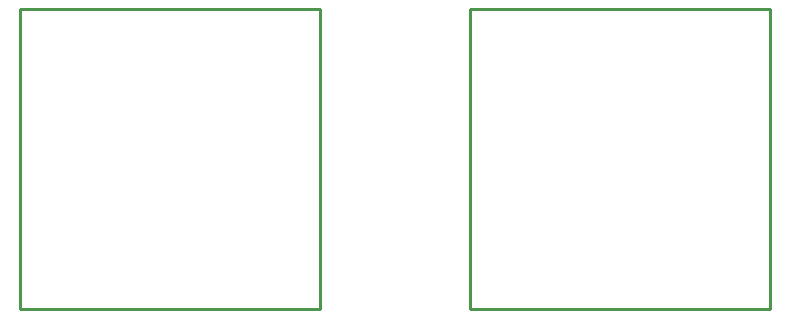
<source format=gbr>
%FSLAX34Y34*%%MOIN*%%LPD*%%ADD10C,0.010*%D10*X0Y0D02*G01X10000Y0D01*G01Y10000D01*G01X0D01*G01Y0D01*X15000D02*G01X25000D01*G01Y10000D01*G01X15000D01*G01Y0D01*M02*
</source>
